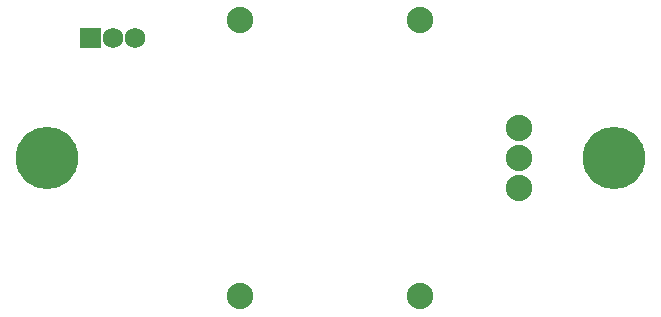
<source format=gbs>
G04 Layer: BottomSolderMaskLayer*
G04 EasyEDA v6.4.19.4, 2021-04-04T11:51:27+01:00*
G04 4b0eb47da5f842609b4c8b729e81160f,e7a3d4c674b94ea3b1133014d1bc3374,10*
G04 Gerber Generator version 0.2*
G04 Scale: 100 percent, Rotated: No, Reflected: No *
G04 Dimensions in millimeters *
G04 leading zeros omitted , absolute positions ,4 integer and 5 decimal *
%FSLAX45Y45*%
%MOMM*%

%ADD21C,5.2832*%
%ADD22C,2.2352*%
%ADD24C,1.7272*%

%LPD*%
D21*
G01*
X2399995Y-7D03*
G01*
X-2399995Y-7D03*
D22*
G01*
X1600200Y-254007D03*
G01*
X1600200Y-7D03*
G01*
X1600200Y253992D03*
G01*
X-762000Y-1168407D03*
G01*
X-762000Y1168392D03*
G01*
X762000Y1168392D03*
G01*
X762000Y-1168407D03*
G36*
X-2118359Y929632D02*
G01*
X-2118359Y1102352D01*
X-1945639Y1102352D01*
X-1945639Y929632D01*
G37*
D24*
G01*
X-1841500Y1015992D03*
G01*
X-1651000Y1015992D03*
M02*

</source>
